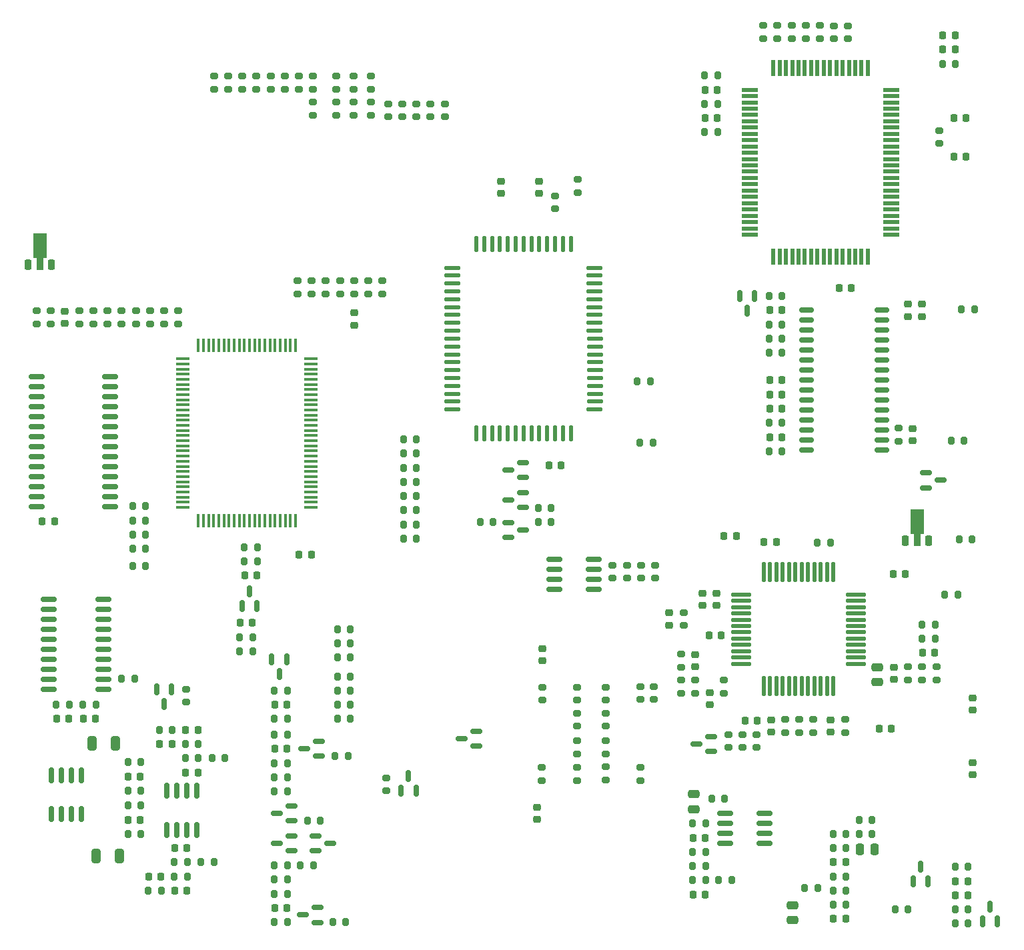
<source format=gbr>
%TF.GenerationSoftware,KiCad,Pcbnew,8.0.9-8.0.9-0~ubuntu24.04.1*%
%TF.CreationDate,2025-02-24T01:21:30+01:00*%
%TF.ProjectId,Main_PCB,4d61696e-5f50-4434-922e-6b696361645f,0.1*%
%TF.SameCoordinates,Original*%
%TF.FileFunction,Paste,Top*%
%TF.FilePolarity,Positive*%
%FSLAX46Y46*%
G04 Gerber Fmt 4.6, Leading zero omitted, Abs format (unit mm)*
G04 Created by KiCad (PCBNEW 8.0.9-8.0.9-0~ubuntu24.04.1) date 2025-02-24 01:21:30*
%MOMM*%
%LPD*%
G01*
G04 APERTURE LIST*
G04 Aperture macros list*
%AMRoundRect*
0 Rectangle with rounded corners*
0 $1 Rounding radius*
0 $2 $3 $4 $5 $6 $7 $8 $9 X,Y pos of 4 corners*
0 Add a 4 corners polygon primitive as box body*
4,1,4,$2,$3,$4,$5,$6,$7,$8,$9,$2,$3,0*
0 Add four circle primitives for the rounded corners*
1,1,$1+$1,$2,$3*
1,1,$1+$1,$4,$5*
1,1,$1+$1,$6,$7*
1,1,$1+$1,$8,$9*
0 Add four rect primitives between the rounded corners*
20,1,$1+$1,$2,$3,$4,$5,0*
20,1,$1+$1,$4,$5,$6,$7,0*
20,1,$1+$1,$6,$7,$8,$9,0*
20,1,$1+$1,$8,$9,$2,$3,0*%
%AMFreePoly0*
4,1,9,3.862500,-0.866500,0.737500,-0.866500,0.737500,-0.450000,-0.737500,-0.450000,-0.737500,0.450000,0.737500,0.450000,0.737500,0.866500,3.862500,0.866500,3.862500,-0.866500,3.862500,-0.866500,$1*%
G04 Aperture macros list end*
%ADD10RoundRect,0.225000X-0.250000X0.225000X-0.250000X-0.225000X0.250000X-0.225000X0.250000X0.225000X0*%
%ADD11RoundRect,0.200000X0.275000X-0.200000X0.275000X0.200000X-0.275000X0.200000X-0.275000X-0.200000X0*%
%ADD12RoundRect,0.225000X0.250000X-0.225000X0.250000X0.225000X-0.250000X0.225000X-0.250000X-0.225000X0*%
%ADD13RoundRect,0.200000X-0.200000X-0.275000X0.200000X-0.275000X0.200000X0.275000X-0.200000X0.275000X0*%
%ADD14RoundRect,0.200000X0.200000X0.275000X-0.200000X0.275000X-0.200000X-0.275000X0.200000X-0.275000X0*%
%ADD15RoundRect,0.225000X0.225000X0.250000X-0.225000X0.250000X-0.225000X-0.250000X0.225000X-0.250000X0*%
%ADD16RoundRect,0.150000X0.587500X0.150000X-0.587500X0.150000X-0.587500X-0.150000X0.587500X-0.150000X0*%
%ADD17RoundRect,0.200000X-0.275000X0.200000X-0.275000X-0.200000X0.275000X-0.200000X0.275000X0.200000X0*%
%ADD18RoundRect,0.150000X-0.587500X-0.150000X0.587500X-0.150000X0.587500X0.150000X-0.587500X0.150000X0*%
%ADD19RoundRect,0.150000X-0.825000X-0.150000X0.825000X-0.150000X0.825000X0.150000X-0.825000X0.150000X0*%
%ADD20RoundRect,0.250000X-0.250000X-0.475000X0.250000X-0.475000X0.250000X0.475000X-0.250000X0.475000X0*%
%ADD21RoundRect,0.225000X-0.225000X-0.250000X0.225000X-0.250000X0.225000X0.250000X-0.225000X0.250000X0*%
%ADD22RoundRect,0.137500X0.862500X0.137500X-0.862500X0.137500X-0.862500X-0.137500X0.862500X-0.137500X0*%
%ADD23RoundRect,0.137500X0.137500X0.862500X-0.137500X0.862500X-0.137500X-0.862500X0.137500X-0.862500X0*%
%ADD24RoundRect,0.137500X0.862500X-0.137500X0.862500X0.137500X-0.862500X0.137500X-0.862500X-0.137500X0*%
%ADD25RoundRect,0.250000X0.475000X-0.250000X0.475000X0.250000X-0.475000X0.250000X-0.475000X-0.250000X0*%
%ADD26RoundRect,0.100000X0.775000X0.100000X-0.775000X0.100000X-0.775000X-0.100000X0.775000X-0.100000X0*%
%ADD27RoundRect,0.100000X0.100000X0.775000X-0.100000X0.775000X-0.100000X-0.775000X0.100000X-0.775000X0*%
%ADD28RoundRect,0.150000X-0.150000X0.825000X-0.150000X-0.825000X0.150000X-0.825000X0.150000X0.825000X0*%
%ADD29RoundRect,0.250000X0.325000X0.650000X-0.325000X0.650000X-0.325000X-0.650000X0.325000X-0.650000X0*%
%ADD30RoundRect,0.150000X-0.150000X0.587500X-0.150000X-0.587500X0.150000X-0.587500X0.150000X0.587500X0*%
%ADD31RoundRect,0.150000X0.837500X0.150000X-0.837500X0.150000X-0.837500X-0.150000X0.837500X-0.150000X0*%
%ADD32RoundRect,0.150000X0.875000X0.150000X-0.875000X0.150000X-0.875000X-0.150000X0.875000X-0.150000X0*%
%ADD33RoundRect,0.150000X0.150000X-0.587500X0.150000X0.587500X-0.150000X0.587500X-0.150000X-0.587500X0*%
%ADD34RoundRect,0.150000X0.750000X0.150000X-0.750000X0.150000X-0.750000X-0.150000X0.750000X-0.150000X0*%
%ADD35RoundRect,0.225000X0.225000X-0.425000X0.225000X0.425000X-0.225000X0.425000X-0.225000X-0.425000X0*%
%ADD36FreePoly0,90.000000*%
%ADD37RoundRect,0.137500X-1.112500X-0.137500X1.112500X-0.137500X1.112500X0.137500X-1.112500X0.137500X0*%
%ADD38RoundRect,0.137500X0.137500X-1.112500X0.137500X1.112500X-0.137500X1.112500X-0.137500X-1.112500X0*%
%ADD39R,2.000000X0.500000*%
%ADD40R,0.500000X2.000000*%
%ADD41RoundRect,0.250000X-0.475000X0.250000X-0.475000X-0.250000X0.475000X-0.250000X0.475000X0.250000X0*%
G04 APERTURE END LIST*
D10*
%TO.C,C148*%
X92500000Y-127225000D03*
X92500000Y-128775000D03*
%TD*%
%TO.C,C146*%
X116000000Y-110525000D03*
X116000000Y-112075000D03*
%TD*%
D11*
%TO.C,R146*%
X128900000Y-160925000D03*
X128900000Y-159275000D03*
%TD*%
D12*
%TO.C,C120*%
X135800000Y-172175000D03*
X135800000Y-170625000D03*
%TD*%
D13*
%TO.C,R222*%
X85675000Y-197400000D03*
X87325000Y-197400000D03*
%TD*%
D14*
%TO.C,R236*%
X158225000Y-193400000D03*
X156575000Y-193400000D03*
%TD*%
D15*
%TO.C,C204*%
X59675000Y-178800000D03*
X58125000Y-178800000D03*
%TD*%
D16*
%TO.C,Q206*%
X84537500Y-191750000D03*
X84537500Y-189850000D03*
X82662500Y-190800000D03*
%TD*%
D17*
%TO.C,R151*%
X124400000Y-184875000D03*
X124400000Y-186525000D03*
%TD*%
D12*
%TO.C,C145*%
X111100000Y-112075000D03*
X111100000Y-110525000D03*
%TD*%
D17*
%TO.C,R308*%
X52200000Y-126975000D03*
X52200000Y-128625000D03*
%TD*%
D18*
%TO.C,D203*%
X87562500Y-193650000D03*
X87562500Y-195550000D03*
X89437500Y-194600000D03*
%TD*%
D14*
%TO.C,R127*%
X166225000Y-166800000D03*
X164575000Y-166800000D03*
%TD*%
D13*
%TO.C,R501*%
X90375000Y-177000000D03*
X92025000Y-177000000D03*
%TD*%
D14*
%TO.C,R220*%
X91425000Y-204600000D03*
X89775000Y-204600000D03*
%TD*%
D19*
%TO.C,IC103*%
X117925000Y-158495000D03*
X117925000Y-159765000D03*
X117925000Y-161035000D03*
X117925000Y-162305000D03*
X122875000Y-162305000D03*
X122875000Y-161035000D03*
X122875000Y-159765000D03*
X122875000Y-158495000D03*
%TD*%
D12*
%TO.C,C103*%
X163400000Y-143475000D03*
X163400000Y-141925000D03*
%TD*%
D15*
%TO.C,C108*%
X146775000Y-139400000D03*
X145225000Y-139400000D03*
%TD*%
D13*
%TO.C,R164*%
X115875000Y-153800000D03*
X117525000Y-153800000D03*
%TD*%
D20*
%TO.C,C223*%
X156650000Y-195400000D03*
X158550000Y-195400000D03*
%TD*%
D13*
%TO.C,R130*%
X136975000Y-97100000D03*
X138625000Y-97100000D03*
%TD*%
D11*
%TO.C,R176*%
X92400000Y-102125000D03*
X92400000Y-100475000D03*
%TD*%
D13*
%TO.C,R508*%
X98775000Y-148700000D03*
X100425000Y-148700000D03*
%TD*%
D21*
%TO.C,C139*%
X145225000Y-126900000D03*
X146775000Y-126900000D03*
%TD*%
D11*
%TO.C,R134*%
X128800000Y-186625000D03*
X128800000Y-184975000D03*
%TD*%
D16*
%TO.C,D104*%
X108037500Y-182250000D03*
X108037500Y-180350000D03*
X106162500Y-181300000D03*
%TD*%
D15*
%TO.C,C130*%
X162475000Y-160400000D03*
X160925000Y-160400000D03*
%TD*%
D22*
%TO.C,IC108*%
X123000000Y-139500000D03*
X123037500Y-138500000D03*
X123037500Y-137500000D03*
X123037500Y-136500000D03*
X123037500Y-135500000D03*
X123037500Y-134500000D03*
X123037500Y-133500000D03*
X123037500Y-132500000D03*
X123037500Y-131500000D03*
X123037500Y-130500000D03*
X123000000Y-129500000D03*
X123000000Y-128500000D03*
X123000000Y-127500000D03*
X123000000Y-126500000D03*
X123000000Y-125500000D03*
X123000000Y-124500000D03*
X123000000Y-123500000D03*
X123000000Y-122500000D03*
X123000000Y-121500000D03*
D23*
X120000000Y-118500000D03*
X119000000Y-118500000D03*
X118000000Y-118500000D03*
X117000000Y-118500000D03*
X116000000Y-118500000D03*
X115000000Y-118500000D03*
X114000000Y-118500000D03*
X113000000Y-118500000D03*
X112000000Y-118500000D03*
X111000000Y-118500000D03*
X110000000Y-118500000D03*
X109000000Y-118500000D03*
X108000000Y-118500000D03*
D22*
X105000000Y-121500000D03*
X105000000Y-122500000D03*
X105000000Y-123500000D03*
X105000000Y-124500000D03*
X105000000Y-125500000D03*
X105000000Y-126500000D03*
X105000000Y-127500000D03*
X105000000Y-128500000D03*
X105000000Y-129500000D03*
X105000000Y-130500000D03*
X105000000Y-131500000D03*
X105000000Y-132500000D03*
X105000000Y-133500000D03*
X105000000Y-134500000D03*
X105000000Y-135500000D03*
X105000000Y-136500000D03*
D24*
X105000000Y-137500000D03*
X105000000Y-138500000D03*
X105000000Y-139500000D03*
D23*
X108000000Y-142500000D03*
X109000000Y-142500000D03*
X110000000Y-142500000D03*
X111000000Y-142500000D03*
X112000000Y-142500000D03*
X113000000Y-142500000D03*
X114000000Y-142500000D03*
X115000000Y-142500000D03*
X116000000Y-142500000D03*
X117000000Y-142500000D03*
X118000000Y-142500000D03*
X119000000Y-142500000D03*
X120000000Y-142500000D03*
%TD*%
D17*
%TO.C,R175*%
X120900000Y-110275000D03*
X120900000Y-111925000D03*
%TD*%
D10*
%TO.C,C138*%
X116400000Y-169875000D03*
X116400000Y-171425000D03*
%TD*%
D17*
%TO.C,R519*%
X96800000Y-100675000D03*
X96800000Y-102325000D03*
%TD*%
%TO.C,R521*%
X83700000Y-97175000D03*
X83700000Y-98825000D03*
%TD*%
%TO.C,R140*%
X125300000Y-159275000D03*
X125300000Y-160925000D03*
%TD*%
D13*
%TO.C,R157*%
X90375000Y-167400000D03*
X92025000Y-167400000D03*
%TD*%
D15*
%TO.C,C214*%
X71275000Y-195200000D03*
X69725000Y-195200000D03*
%TD*%
D25*
%TO.C,C219*%
X148100000Y-204350000D03*
X148100000Y-202450000D03*
%TD*%
D13*
%TO.C,R126*%
X164575000Y-168600000D03*
X166225000Y-168600000D03*
%TD*%
D14*
%TO.C,R169*%
X84025000Y-175200000D03*
X82375000Y-175200000D03*
%TD*%
D10*
%TO.C,C124*%
X145400000Y-178925000D03*
X145400000Y-180475000D03*
%TD*%
D11*
%TO.C,R181*%
X90700000Y-124825000D03*
X90700000Y-123175000D03*
%TD*%
D17*
%TO.C,R194*%
X96100000Y-123175000D03*
X96100000Y-124825000D03*
%TD*%
D15*
%TO.C,C217*%
X83975000Y-202800000D03*
X82425000Y-202800000D03*
%TD*%
D10*
%TO.C,C111*%
X171000000Y-184325000D03*
X171000000Y-185875000D03*
%TD*%
D15*
%TO.C,C132*%
X138575000Y-102500000D03*
X137025000Y-102500000D03*
%TD*%
D26*
%TO.C,IC109*%
X87025000Y-151925000D03*
X87025000Y-151275000D03*
X87025000Y-150625000D03*
X87025000Y-149975000D03*
X87025000Y-149325000D03*
X87025000Y-148675000D03*
X87025000Y-148025000D03*
X87025000Y-147375000D03*
X87025000Y-146725000D03*
X87025000Y-146075000D03*
X87025000Y-145425000D03*
X87025000Y-144775000D03*
X87025000Y-144125000D03*
X87025000Y-143475000D03*
X87025000Y-142825000D03*
X87025000Y-142175000D03*
X87025000Y-141525000D03*
X87025000Y-140875000D03*
X87025000Y-140225000D03*
X87025000Y-139575000D03*
X87025000Y-138925000D03*
X87025000Y-138275000D03*
X87025000Y-137625000D03*
X87025000Y-136975000D03*
X87025000Y-136325000D03*
X87025000Y-135675000D03*
X87025000Y-135025000D03*
X87025000Y-134375000D03*
X87025000Y-133725000D03*
X87025000Y-133075000D03*
D27*
X85075000Y-131375000D03*
X84425000Y-131375000D03*
X83775000Y-131375000D03*
X83125000Y-131375000D03*
X82475000Y-131375000D03*
X81825000Y-131375000D03*
X81175000Y-131375000D03*
X80525000Y-131375000D03*
X79875000Y-131375000D03*
X79225000Y-131375000D03*
X78575000Y-131375000D03*
X77925000Y-131375000D03*
X77275000Y-131375000D03*
X76625000Y-131375000D03*
X75975000Y-131375000D03*
X75325000Y-131375000D03*
X74675000Y-131375000D03*
X74025000Y-131375000D03*
X73375000Y-131375000D03*
X72725000Y-131375000D03*
D26*
X70775000Y-133075000D03*
X70775000Y-133725000D03*
X70775000Y-134375000D03*
X70775000Y-135025000D03*
X70775000Y-135675000D03*
X70775000Y-136325000D03*
X70775000Y-136975000D03*
X70775000Y-137625000D03*
X70775000Y-138275000D03*
X70775000Y-138925000D03*
X70775000Y-139575000D03*
X70775000Y-140225000D03*
X70775000Y-140875000D03*
X70775000Y-141525000D03*
X70775000Y-142175000D03*
X70775000Y-142825000D03*
X70775000Y-143475000D03*
X70775000Y-144125000D03*
X70775000Y-144775000D03*
X70775000Y-145425000D03*
X70775000Y-146075000D03*
X70775000Y-146725000D03*
X70775000Y-147375000D03*
X70775000Y-148025000D03*
X70775000Y-148675000D03*
X70775000Y-149325000D03*
X70775000Y-149975000D03*
X70775000Y-150625000D03*
X70775000Y-151275000D03*
X70775000Y-151925000D03*
D27*
X72725000Y-153625000D03*
X73375000Y-153625000D03*
X74025000Y-153625000D03*
X74675000Y-153625000D03*
X75325000Y-153625000D03*
X75975000Y-153625000D03*
X76625000Y-153625000D03*
X77275000Y-153625000D03*
X77925000Y-153625000D03*
X78575000Y-153625000D03*
X79225000Y-153625000D03*
X79875000Y-153625000D03*
X80525000Y-153625000D03*
X81175000Y-153625000D03*
X81825000Y-153625000D03*
X82475000Y-153625000D03*
X83125000Y-153625000D03*
X83775000Y-153625000D03*
X84425000Y-153625000D03*
X85075000Y-153625000D03*
%TD*%
D12*
%TO.C,C115*%
X138500000Y-164375000D03*
X138500000Y-162825000D03*
%TD*%
D11*
%TO.C,R111*%
X130500000Y-176325000D03*
X130500000Y-174675000D03*
%TD*%
D15*
%TO.C,C228*%
X137075000Y-193900000D03*
X135525000Y-193900000D03*
%TD*%
D28*
%TO.C,IC202*%
X57905000Y-185925000D03*
X56635000Y-185925000D03*
X55365000Y-185925000D03*
X54095000Y-185925000D03*
X54095000Y-190875000D03*
X55365000Y-190875000D03*
X56635000Y-190875000D03*
X57905000Y-190875000D03*
%TD*%
D11*
%TO.C,R123*%
X164600000Y-173825000D03*
X164600000Y-172175000D03*
%TD*%
D10*
%TO.C,C121*%
X137600000Y-175425000D03*
X137600000Y-176975000D03*
%TD*%
D21*
%TO.C,C212*%
X63825000Y-186110000D03*
X65375000Y-186110000D03*
%TD*%
D17*
%TO.C,R522*%
X78300000Y-97175000D03*
X78300000Y-98825000D03*
%TD*%
D14*
%TO.C,R219*%
X84025000Y-188000000D03*
X82375000Y-188000000D03*
%TD*%
D16*
%TO.C,Q103*%
X137837500Y-182950000D03*
X137837500Y-181050000D03*
X135962500Y-182000000D03*
%TD*%
D15*
%TO.C,C218*%
X83975000Y-182600000D03*
X82425000Y-182600000D03*
%TD*%
D17*
%TO.C,R115*%
X135800000Y-173875000D03*
X135800000Y-175525000D03*
%TD*%
D29*
%TO.C,C206*%
X62675000Y-196200000D03*
X59725000Y-196200000D03*
%TD*%
D13*
%TO.C,R233*%
X135475000Y-192100000D03*
X137125000Y-192100000D03*
%TD*%
D17*
%TO.C,R515*%
X104000000Y-100675000D03*
X104000000Y-102325000D03*
%TD*%
%TO.C,R149*%
X116300000Y-184975000D03*
X116300000Y-186625000D03*
%TD*%
D21*
%TO.C,C107*%
X145225000Y-137600000D03*
X146775000Y-137600000D03*
%TD*%
D17*
%TO.C,R138*%
X140000000Y-180775000D03*
X140000000Y-182425000D03*
%TD*%
D11*
%TO.C,R103*%
X161600000Y-143525000D03*
X161600000Y-141875000D03*
%TD*%
D17*
%TO.C,R185*%
X59400000Y-126975000D03*
X59400000Y-128625000D03*
%TD*%
D30*
%TO.C,Q307*%
X69350000Y-175062500D03*
X67450000Y-175062500D03*
X68400000Y-176937500D03*
%TD*%
D13*
%TO.C,R231*%
X135475000Y-197500000D03*
X137125000Y-197500000D03*
%TD*%
D21*
%TO.C,C119*%
X139450000Y-155600000D03*
X141000000Y-155600000D03*
%TD*%
D30*
%TO.C,Q105*%
X83950000Y-171262500D03*
X82050000Y-171262500D03*
X83000000Y-173137500D03*
%TD*%
D14*
%TO.C,R137*%
X130100000Y-135900000D03*
X128450000Y-135900000D03*
%TD*%
D11*
%TO.C,R197*%
X98600000Y-102325000D03*
X98600000Y-100675000D03*
%TD*%
D14*
%TO.C,R210*%
X65425000Y-189800000D03*
X63775000Y-189800000D03*
%TD*%
%TO.C,R199*%
X130425000Y-143700000D03*
X128775000Y-143700000D03*
%TD*%
D31*
%TO.C,IC201*%
X60662500Y-175015000D03*
X60662500Y-173745000D03*
X60662500Y-172475000D03*
X60662500Y-171205000D03*
X60662500Y-169935000D03*
X60662500Y-168665000D03*
X60662500Y-167395000D03*
X60662500Y-166125000D03*
X60662500Y-164855000D03*
X60662500Y-163585000D03*
X53737500Y-163585000D03*
X53737500Y-164855000D03*
X53737500Y-166125000D03*
X53737500Y-167395000D03*
X53737500Y-168665000D03*
X53737500Y-169935000D03*
X53737500Y-171205000D03*
X53737500Y-172475000D03*
X53737500Y-173745000D03*
X53737500Y-175015000D03*
%TD*%
D11*
%TO.C,R113*%
X134000000Y-175525000D03*
X134000000Y-173875000D03*
%TD*%
D17*
%TO.C,R142*%
X120800000Y-181575000D03*
X120800000Y-183225000D03*
%TD*%
D10*
%TO.C,C160*%
X171000000Y-176125000D03*
X171000000Y-177675000D03*
%TD*%
D21*
%TO.C,C230*%
X168825000Y-199400000D03*
X170375000Y-199400000D03*
%TD*%
D15*
%TO.C,C123*%
X143675000Y-179000000D03*
X142125000Y-179000000D03*
%TD*%
D11*
%TO.C,R163*%
X166800000Y-105725000D03*
X166800000Y-104075000D03*
%TD*%
%TO.C,R116*%
X141800000Y-182425000D03*
X141800000Y-180775000D03*
%TD*%
D13*
%TO.C,R512*%
X98775000Y-155900000D03*
X100425000Y-155900000D03*
%TD*%
D14*
%TO.C,R204*%
X72725000Y-182000000D03*
X71075000Y-182000000D03*
%TD*%
D15*
%TO.C,C109*%
X146775000Y-143000000D03*
X145225000Y-143000000D03*
%TD*%
%TO.C,C133*%
X160675000Y-180000000D03*
X159125000Y-180000000D03*
%TD*%
D11*
%TO.C,R143*%
X120800000Y-179725000D03*
X120800000Y-178075000D03*
%TD*%
D32*
%TO.C,IC107*%
X61550000Y-151855000D03*
X61550000Y-150585000D03*
X61550000Y-149315000D03*
X61550000Y-148045000D03*
X61550000Y-146775000D03*
X61550000Y-145505000D03*
X61550000Y-144235000D03*
X61550000Y-142965000D03*
X61550000Y-141695000D03*
X61550000Y-140425000D03*
X61550000Y-139155000D03*
X61550000Y-137885000D03*
X61550000Y-136615000D03*
X61550000Y-135345000D03*
X52250000Y-135345000D03*
X52250000Y-136615000D03*
X52250000Y-137885000D03*
X52250000Y-139155000D03*
X52250000Y-140425000D03*
X52250000Y-141695000D03*
X52250000Y-142965000D03*
X52250000Y-144235000D03*
X52250000Y-145505000D03*
X52250000Y-146775000D03*
X52250000Y-148045000D03*
X52250000Y-149315000D03*
X52250000Y-150585000D03*
X52250000Y-151855000D03*
%TD*%
D13*
%TO.C,R201*%
X58075000Y-177000000D03*
X59725000Y-177000000D03*
%TD*%
D14*
%TO.C,R227*%
X154925000Y-202400000D03*
X153275000Y-202400000D03*
%TD*%
D33*
%TO.C,Q104*%
X78250000Y-164437500D03*
X80150000Y-164437500D03*
X79200000Y-162562500D03*
%TD*%
D21*
%TO.C,C203*%
X54725000Y-178800000D03*
X56275000Y-178800000D03*
%TD*%
D12*
%TO.C,C155*%
X55800000Y-128575000D03*
X55800000Y-127025000D03*
%TD*%
D13*
%TO.C,R226*%
X149675000Y-200300000D03*
X151325000Y-200300000D03*
%TD*%
D17*
%TO.C,R112*%
X134000000Y-170575000D03*
X134000000Y-172225000D03*
%TD*%
D34*
%TO.C,IC101*%
X159500000Y-144690000D03*
X159500000Y-143420000D03*
X159500000Y-142150000D03*
X159500000Y-140880000D03*
X159500000Y-139610000D03*
X159500000Y-138340000D03*
X159500000Y-137070000D03*
X159500000Y-135800000D03*
X159500000Y-134530000D03*
X159500000Y-133260000D03*
X159500000Y-131990000D03*
X159500000Y-130720000D03*
X159500000Y-129450000D03*
X159500000Y-128180000D03*
X159500000Y-126910000D03*
X149900000Y-126910000D03*
X149900000Y-128180000D03*
X149900000Y-129450000D03*
X149900000Y-130720000D03*
X149900000Y-131990000D03*
X149900000Y-133260000D03*
X149900000Y-134530000D03*
X149900000Y-135800000D03*
X149900000Y-137070000D03*
X149900000Y-138340000D03*
X149900000Y-139610000D03*
X149900000Y-140880000D03*
X149900000Y-142150000D03*
X149900000Y-143420000D03*
X149900000Y-144690000D03*
%TD*%
D13*
%TO.C,R158*%
X90375000Y-169200000D03*
X92025000Y-169200000D03*
%TD*%
D21*
%TO.C,C210*%
X69725000Y-200600000D03*
X71275000Y-200600000D03*
%TD*%
D12*
%TO.C,C116*%
X136700000Y-164375000D03*
X136700000Y-162825000D03*
%TD*%
D33*
%TO.C,Q209*%
X172250000Y-204537500D03*
X174150000Y-204537500D03*
X173200000Y-202662500D03*
%TD*%
D35*
%TO.C,Q101*%
X162437500Y-156150000D03*
D36*
X163937500Y-156062500D03*
D35*
X165437500Y-156150000D03*
%TD*%
D14*
%TO.C,R200*%
X56325000Y-177000000D03*
X54675000Y-177000000D03*
%TD*%
%TO.C,R168*%
X117525000Y-152000000D03*
X115875000Y-152000000D03*
%TD*%
%TO.C,R218*%
X84025000Y-197400000D03*
X82375000Y-197400000D03*
%TD*%
D19*
%TO.C,IC204*%
X139625000Y-190795000D03*
X139625000Y-192065000D03*
X139625000Y-193335000D03*
X139625000Y-194605000D03*
X144575000Y-194605000D03*
X144575000Y-193335000D03*
X144575000Y-192065000D03*
X144575000Y-190795000D03*
%TD*%
D16*
%TO.C,Q204*%
X113937500Y-151950000D03*
X113937500Y-150050000D03*
X112062500Y-151000000D03*
%TD*%
D11*
%TO.C,R192*%
X94300000Y-124825000D03*
X94300000Y-123175000D03*
%TD*%
D13*
%TO.C,R242*%
X153275000Y-198800000D03*
X154925000Y-198800000D03*
%TD*%
D11*
%TO.C,R125*%
X162800000Y-173825000D03*
X162800000Y-172175000D03*
%TD*%
D14*
%TO.C,R213*%
X84025000Y-186200000D03*
X82375000Y-186200000D03*
%TD*%
D21*
%TO.C,C141*%
X168625000Y-107400000D03*
X170175000Y-107400000D03*
%TD*%
D13*
%TO.C,R172*%
X64375000Y-153600000D03*
X66025000Y-153600000D03*
%TD*%
D14*
%TO.C,R129*%
X138625000Y-100700000D03*
X136975000Y-100700000D03*
%TD*%
D15*
%TO.C,C118*%
X139075000Y-168200000D03*
X137525000Y-168200000D03*
%TD*%
D14*
%TO.C,R221*%
X91725000Y-183500000D03*
X90075000Y-183500000D03*
%TD*%
D13*
%TO.C,R505*%
X98775000Y-143300000D03*
X100425000Y-143300000D03*
%TD*%
D17*
%TO.C,R193*%
X92500000Y-123175000D03*
X92500000Y-124825000D03*
%TD*%
D13*
%TO.C,R506*%
X98775000Y-145100000D03*
X100425000Y-145100000D03*
%TD*%
D14*
%TO.C,R128*%
X138625000Y-104300000D03*
X136975000Y-104300000D03*
%TD*%
D15*
%TO.C,C131*%
X138575000Y-98900000D03*
X137025000Y-98900000D03*
%TD*%
D11*
%TO.C,R190*%
X68400000Y-128625000D03*
X68400000Y-126975000D03*
%TD*%
D18*
%TO.C,Q207*%
X112062500Y-153850000D03*
X112062500Y-155750000D03*
X113937500Y-154800000D03*
%TD*%
D21*
%TO.C,C208*%
X66425000Y-198800000D03*
X67975000Y-198800000D03*
%TD*%
D14*
%TO.C,R230*%
X154925000Y-200600000D03*
X153275000Y-200600000D03*
%TD*%
%TO.C,R202*%
X69425000Y-180200000D03*
X67775000Y-180200000D03*
%TD*%
D12*
%TO.C,C105*%
X162800000Y-127675000D03*
X162800000Y-126125000D03*
%TD*%
D15*
%TO.C,C151*%
X79575000Y-166600000D03*
X78025000Y-166600000D03*
%TD*%
D17*
%TO.C,R191*%
X70200000Y-126975000D03*
X70200000Y-128625000D03*
%TD*%
D14*
%TO.C,R232*%
X154925000Y-195200000D03*
X153275000Y-195200000D03*
%TD*%
%TO.C,R211*%
X65425000Y-187910000D03*
X63775000Y-187910000D03*
%TD*%
D13*
%TO.C,R159*%
X90375000Y-171000000D03*
X92025000Y-171000000D03*
%TD*%
D14*
%TO.C,R234*%
X154925000Y-193400000D03*
X153275000Y-193400000D03*
%TD*%
D16*
%TO.C,Q202*%
X88037500Y-183550000D03*
X88037500Y-181650000D03*
X86162500Y-182600000D03*
%TD*%
D17*
%TO.C,R189*%
X66600000Y-126975000D03*
X66600000Y-128625000D03*
%TD*%
D14*
%TO.C,R245*%
X170425000Y-204800000D03*
X168775000Y-204800000D03*
%TD*%
D13*
%TO.C,R173*%
X64375000Y-155400000D03*
X66025000Y-155400000D03*
%TD*%
%TO.C,R209*%
X69675000Y-197000000D03*
X71325000Y-197000000D03*
%TD*%
D33*
%TO.C,Q208*%
X163450000Y-199437500D03*
X165350000Y-199437500D03*
X164400000Y-197562500D03*
%TD*%
D15*
%TO.C,C112*%
X146075000Y-156300000D03*
X144525000Y-156300000D03*
%TD*%
D14*
%TO.C,R206*%
X76125000Y-183800000D03*
X74475000Y-183800000D03*
%TD*%
D13*
%TO.C,R166*%
X77975000Y-170200000D03*
X79625000Y-170200000D03*
%TD*%
D17*
%TO.C,R528*%
X144424000Y-90757000D03*
X144424000Y-92407000D03*
%TD*%
D13*
%TO.C,R170*%
X64375000Y-159400000D03*
X66025000Y-159400000D03*
%TD*%
D11*
%TO.C,R150*%
X124400000Y-176425000D03*
X124400000Y-174775000D03*
%TD*%
D17*
%TO.C,R305*%
X71200000Y-175032500D03*
X71200000Y-176682500D03*
%TD*%
D14*
%TO.C,R207*%
X74725000Y-197000000D03*
X73075000Y-197000000D03*
%TD*%
%TO.C,R152*%
X146825000Y-125100000D03*
X145175000Y-125100000D03*
%TD*%
D15*
%TO.C,C144*%
X118775000Y-146600000D03*
X117225000Y-146600000D03*
%TD*%
D28*
%TO.C,IC203*%
X72505000Y-187925000D03*
X71235000Y-187925000D03*
X69965000Y-187925000D03*
X68695000Y-187925000D03*
X68695000Y-192875000D03*
X69965000Y-192875000D03*
X71235000Y-192875000D03*
X72505000Y-192875000D03*
%TD*%
D12*
%TO.C,C125*%
X153000000Y-180475000D03*
X153000000Y-178925000D03*
%TD*%
D15*
%TO.C,C229*%
X170375000Y-201200000D03*
X168825000Y-201200000D03*
%TD*%
D14*
%TO.C,R198*%
X146825000Y-132300000D03*
X145175000Y-132300000D03*
%TD*%
D13*
%TO.C,R108*%
X145175000Y-144800000D03*
X146825000Y-144800000D03*
%TD*%
D11*
%TO.C,R145*%
X124400000Y-179725000D03*
X124400000Y-178075000D03*
%TD*%
D14*
%TO.C,R243*%
X137125000Y-195700000D03*
X135475000Y-195700000D03*
%TD*%
D16*
%TO.C,Q203*%
X113937500Y-148150000D03*
X113937500Y-146250000D03*
X112062500Y-147200000D03*
%TD*%
D12*
%TO.C,C137*%
X115700000Y-191575000D03*
X115700000Y-190025000D03*
%TD*%
D11*
%TO.C,R302*%
X96600000Y-187925000D03*
X96600000Y-186275000D03*
%TD*%
D17*
%TO.C,R532*%
X155200000Y-90775000D03*
X155200000Y-92425000D03*
%TD*%
D21*
%TO.C,C143*%
X167225000Y-93800000D03*
X168775000Y-93800000D03*
%TD*%
D13*
%TO.C,R229*%
X135475000Y-199300000D03*
X137125000Y-199300000D03*
%TD*%
D17*
%TO.C,R527*%
X87300000Y-97175000D03*
X87300000Y-98825000D03*
%TD*%
D29*
%TO.C,C205*%
X62175000Y-181900000D03*
X59225000Y-181900000D03*
%TD*%
D17*
%TO.C,R500*%
X153422000Y-90775000D03*
X153422000Y-92425000D03*
%TD*%
D15*
%TO.C,C140*%
X170175000Y-102500000D03*
X168625000Y-102500000D03*
%TD*%
D10*
%TO.C,C154*%
X132500000Y-165325000D03*
X132500000Y-166875000D03*
%TD*%
D37*
%TO.C,IC102*%
X141650000Y-163000000D03*
X141650000Y-163800000D03*
X141650000Y-164600000D03*
X141650000Y-165400000D03*
X141650000Y-166200000D03*
X141650000Y-167000000D03*
X141650000Y-167800000D03*
X141650000Y-168600000D03*
X141650000Y-169400000D03*
X141650000Y-170200000D03*
X141650000Y-171000000D03*
X141650000Y-171800000D03*
D38*
X144500000Y-174650000D03*
X145300000Y-174650000D03*
X146100000Y-174650000D03*
X146900000Y-174650000D03*
X147700000Y-174650000D03*
X148500000Y-174650000D03*
X149300000Y-174650000D03*
X150100000Y-174650000D03*
X150900000Y-174650000D03*
X151700000Y-174650000D03*
X152500000Y-174650000D03*
X153300000Y-174650000D03*
D37*
X156150000Y-171800000D03*
X156150000Y-171000000D03*
X156150000Y-170200000D03*
X156150000Y-169400000D03*
X156150000Y-168600000D03*
X156150000Y-167800000D03*
X156150000Y-167000000D03*
X156150000Y-166200000D03*
X156150000Y-165400000D03*
X156150000Y-164600000D03*
X156150000Y-163800000D03*
X156150000Y-163000000D03*
D38*
X153300000Y-160150000D03*
X152500000Y-160150000D03*
X151700000Y-160150000D03*
X150900000Y-160150000D03*
X150100000Y-160150000D03*
X149300000Y-160150000D03*
X148500000Y-160150000D03*
X147700000Y-160150000D03*
X146900000Y-160150000D03*
X146100000Y-160150000D03*
X145300000Y-160150000D03*
X144500000Y-160150000D03*
%TD*%
D17*
%TO.C,R133*%
X128800000Y-174675000D03*
X128800000Y-176325000D03*
%TD*%
%TO.C,R525*%
X80100000Y-97175000D03*
X80100000Y-98825000D03*
%TD*%
D13*
%TO.C,R507*%
X98775000Y-146900000D03*
X100425000Y-146900000D03*
%TD*%
D17*
%TO.C,R517*%
X94600000Y-97175000D03*
X94600000Y-98825000D03*
%TD*%
D11*
%TO.C,R184*%
X57600000Y-128625000D03*
X57600000Y-126975000D03*
%TD*%
D17*
%TO.C,R531*%
X149824000Y-90757000D03*
X149824000Y-92407000D03*
%TD*%
D11*
%TO.C,R136*%
X120800000Y-186625000D03*
X120800000Y-184975000D03*
%TD*%
D17*
%TO.C,R132*%
X120800000Y-174775000D03*
X120800000Y-176425000D03*
%TD*%
D35*
%TO.C,IC302*%
X51100000Y-121150000D03*
D36*
X52600000Y-121062500D03*
D35*
X54100000Y-121150000D03*
%TD*%
D17*
%TO.C,R520*%
X81900000Y-97175000D03*
X81900000Y-98825000D03*
%TD*%
D13*
%TO.C,R174*%
X64375000Y-157200000D03*
X66025000Y-157200000D03*
%TD*%
%TO.C,R153*%
X90375000Y-178800000D03*
X92025000Y-178800000D03*
%TD*%
D14*
%TO.C,R244*%
X162825000Y-203000000D03*
X161175000Y-203000000D03*
%TD*%
%TO.C,R228*%
X140425000Y-199300000D03*
X138775000Y-199300000D03*
%TD*%
D11*
%TO.C,R503*%
X148024000Y-92407000D03*
X148024000Y-90757000D03*
%TD*%
D16*
%TO.C,Q201*%
X87837500Y-204650000D03*
X87837500Y-202750000D03*
X85962500Y-203700000D03*
%TD*%
D21*
%TO.C,C209*%
X71125000Y-180200000D03*
X72675000Y-180200000D03*
%TD*%
D17*
%TO.C,R179*%
X102200000Y-100675000D03*
X102200000Y-102325000D03*
%TD*%
%TO.C,R124*%
X166400000Y-172175000D03*
X166400000Y-173825000D03*
%TD*%
D14*
%TO.C,R205*%
X71325000Y-198800000D03*
X69675000Y-198800000D03*
%TD*%
D11*
%TO.C,R180*%
X85300000Y-124825000D03*
X85300000Y-123175000D03*
%TD*%
D25*
%TO.C,C224*%
X135600000Y-190250000D03*
X135600000Y-188350000D03*
%TD*%
D17*
%TO.C,R121*%
X149000000Y-178875000D03*
X149000000Y-180525000D03*
%TD*%
D12*
%TO.C,C110*%
X164600000Y-127675000D03*
X164600000Y-126125000D03*
%TD*%
D13*
%TO.C,R214*%
X82375000Y-201000000D03*
X84025000Y-201000000D03*
%TD*%
D14*
%TO.C,R212*%
X84025000Y-199200000D03*
X82375000Y-199200000D03*
%TD*%
D11*
%TO.C,R162*%
X118000000Y-114025000D03*
X118000000Y-112375000D03*
%TD*%
D13*
%TO.C,R171*%
X64375000Y-151800000D03*
X66025000Y-151800000D03*
%TD*%
D11*
%TO.C,R160*%
X54000000Y-128625000D03*
X54000000Y-126975000D03*
%TD*%
D15*
%TO.C,C128*%
X166175000Y-170400000D03*
X164625000Y-170400000D03*
%TD*%
D14*
%TO.C,R109*%
X146825000Y-130500000D03*
X145175000Y-130500000D03*
%TD*%
D11*
%TO.C,R141*%
X127100000Y-160925000D03*
X127100000Y-159275000D03*
%TD*%
D14*
%TO.C,R161*%
X110125000Y-153800000D03*
X108475000Y-153800000D03*
%TD*%
D11*
%TO.C,R504*%
X151624000Y-92407000D03*
X151624000Y-90757000D03*
%TD*%
D15*
%TO.C,C104*%
X155575000Y-124100000D03*
X154025000Y-124100000D03*
%TD*%
%TO.C,C213*%
X72675000Y-185600000D03*
X71125000Y-185600000D03*
%TD*%
D21*
%TO.C,C142*%
X167225000Y-92000000D03*
X168775000Y-92000000D03*
%TD*%
D14*
%TO.C,R106*%
X169125000Y-163000000D03*
X167475000Y-163000000D03*
%TD*%
D11*
%TO.C,R148*%
X116400000Y-176425000D03*
X116400000Y-174775000D03*
%TD*%
D17*
%TO.C,R524*%
X74700000Y-97175000D03*
X74700000Y-98825000D03*
%TD*%
D21*
%TO.C,C221*%
X153325000Y-204200000D03*
X154875000Y-204200000D03*
%TD*%
D15*
%TO.C,C152*%
X87075000Y-157900000D03*
X85525000Y-157900000D03*
%TD*%
D39*
%TO.C,IC106*%
X142700000Y-98900000D03*
X142700000Y-99700000D03*
X142700000Y-100500000D03*
X142700000Y-101300000D03*
X142700000Y-102100000D03*
X142700000Y-102900000D03*
X142700000Y-103700000D03*
X142700000Y-104500000D03*
X142700000Y-105300000D03*
X142700000Y-106100000D03*
X142700000Y-106900000D03*
X142700000Y-107700000D03*
X142700000Y-108500000D03*
X142700000Y-109300000D03*
X142700000Y-110100000D03*
X142700000Y-110900000D03*
X142700000Y-111700000D03*
X142700000Y-112500000D03*
X142700000Y-113300000D03*
X142700000Y-114100000D03*
X142700000Y-114900000D03*
X142700000Y-115700000D03*
X142700000Y-116500000D03*
X142700000Y-117300000D03*
D40*
X145700000Y-120100000D03*
X146500000Y-120100000D03*
X147300000Y-120100000D03*
X148100000Y-120100000D03*
X148900000Y-120100000D03*
X149700000Y-120100000D03*
X150500000Y-120100000D03*
X151300000Y-120100000D03*
X152100000Y-120100000D03*
X152900000Y-120100000D03*
X153700000Y-120100000D03*
X154500000Y-120100000D03*
X155300000Y-120100000D03*
X156100000Y-120100000D03*
X156900000Y-120100000D03*
X157700000Y-120100000D03*
D39*
X160700000Y-117300000D03*
X160700000Y-116500000D03*
X160700000Y-115700000D03*
X160700000Y-114900000D03*
X160700000Y-114100000D03*
X160700000Y-113300000D03*
X160700000Y-112500000D03*
X160700000Y-111700000D03*
X160700000Y-110900000D03*
X160700000Y-110100000D03*
X160700000Y-109300000D03*
X160700000Y-108500000D03*
X160700000Y-107700000D03*
X160700000Y-106900000D03*
X160700000Y-106100000D03*
X160700000Y-105300000D03*
X160700000Y-104500000D03*
X160700000Y-103700000D03*
X160700000Y-102900000D03*
X160700000Y-102100000D03*
X160700000Y-101300000D03*
X160700000Y-100500000D03*
X160700000Y-99700000D03*
X160700000Y-98900000D03*
D40*
X157700000Y-96100000D03*
X156900000Y-96100000D03*
X156100000Y-96100000D03*
X155300000Y-96100000D03*
X154500000Y-96100000D03*
X153700000Y-96100000D03*
X152900000Y-96100000D03*
X152100000Y-96100000D03*
X151300000Y-96100000D03*
X150500000Y-96100000D03*
X149700000Y-96100000D03*
X148900000Y-96100000D03*
X148100000Y-96100000D03*
X147300000Y-96100000D03*
X146500000Y-96100000D03*
X145700000Y-96100000D03*
%TD*%
D11*
%TO.C,R186*%
X61200000Y-128625000D03*
X61200000Y-126975000D03*
%TD*%
D13*
%TO.C,R104*%
X169575000Y-126800000D03*
X171225000Y-126800000D03*
%TD*%
D11*
%TO.C,R177*%
X94600000Y-102125000D03*
X94600000Y-100475000D03*
%TD*%
D13*
%TO.C,R208*%
X71075000Y-183800000D03*
X72725000Y-183800000D03*
%TD*%
D11*
%TO.C,R118*%
X147200000Y-180525000D03*
X147200000Y-178875000D03*
%TD*%
D14*
%TO.C,R122*%
X146825000Y-128700000D03*
X145175000Y-128700000D03*
%TD*%
D30*
%TO.C,Q102*%
X143350000Y-125062500D03*
X141450000Y-125062500D03*
X142400000Y-126937500D03*
%TD*%
D13*
%TO.C,R154*%
X82375000Y-178800000D03*
X84025000Y-178800000D03*
%TD*%
D21*
%TO.C,C207*%
X67825000Y-182000000D03*
X69375000Y-182000000D03*
%TD*%
D14*
%TO.C,R537*%
X168825000Y-95600000D03*
X167175000Y-95600000D03*
%TD*%
D17*
%TO.C,R196*%
X90200000Y-100475000D03*
X90200000Y-102125000D03*
%TD*%
D13*
%TO.C,R239*%
X168775000Y-203000000D03*
X170425000Y-203000000D03*
%TD*%
%TO.C,R509*%
X98775000Y-150500000D03*
X100425000Y-150500000D03*
%TD*%
D11*
%TO.C,R183*%
X87100000Y-124825000D03*
X87100000Y-123175000D03*
%TD*%
D17*
%TO.C,R516*%
X92400000Y-97175000D03*
X92400000Y-98825000D03*
%TD*%
%TO.C,R529*%
X146224000Y-90757000D03*
X146224000Y-92407000D03*
%TD*%
D15*
%TO.C,C222*%
X137075000Y-201100000D03*
X135525000Y-201100000D03*
%TD*%
D17*
%TO.C,R523*%
X76500000Y-97175000D03*
X76500000Y-98825000D03*
%TD*%
D13*
%TO.C,R215*%
X82375000Y-184400000D03*
X84025000Y-184400000D03*
%TD*%
D14*
%TO.C,R217*%
X84025000Y-180800000D03*
X82375000Y-180800000D03*
%TD*%
%TO.C,R107*%
X146825000Y-141200000D03*
X145175000Y-141200000D03*
%TD*%
%TO.C,R238*%
X170425000Y-197600000D03*
X168775000Y-197600000D03*
%TD*%
D17*
%TO.C,R120*%
X150800000Y-178875000D03*
X150800000Y-180525000D03*
%TD*%
%TO.C,R147*%
X130700000Y-159275000D03*
X130700000Y-160925000D03*
%TD*%
%TO.C,R187*%
X63000000Y-126975000D03*
X63000000Y-128625000D03*
%TD*%
D33*
%TO.C,Q305*%
X98450000Y-187937500D03*
X100350000Y-187937500D03*
X99400000Y-186062500D03*
%TD*%
D14*
%TO.C,R102*%
X169925000Y-143500000D03*
X168275000Y-143500000D03*
%TD*%
D13*
%TO.C,R510*%
X98775000Y-152300000D03*
X100425000Y-152300000D03*
%TD*%
D17*
%TO.C,R514*%
X90200000Y-97175000D03*
X90200000Y-98825000D03*
%TD*%
D13*
%TO.C,R131*%
X151275000Y-156400000D03*
X152925000Y-156400000D03*
%TD*%
D17*
%TO.C,R119*%
X154800000Y-178875000D03*
X154800000Y-180525000D03*
%TD*%
D18*
%TO.C,D101*%
X165062500Y-147550000D03*
X165062500Y-149450000D03*
X166937500Y-148500000D03*
%TD*%
D14*
%TO.C,R237*%
X158225000Y-191600000D03*
X156575000Y-191600000D03*
%TD*%
D13*
%TO.C,R105*%
X169275000Y-156000000D03*
X170925000Y-156000000D03*
%TD*%
D21*
%TO.C,C106*%
X145225000Y-135800000D03*
X146775000Y-135800000D03*
%TD*%
D11*
%TO.C,R110*%
X134300000Y-166925000D03*
X134300000Y-165275000D03*
%TD*%
D14*
%TO.C,R235*%
X139525000Y-188900000D03*
X137875000Y-188900000D03*
%TD*%
D21*
%TO.C,C227*%
X153325000Y-197000000D03*
X154875000Y-197000000D03*
%TD*%
D16*
%TO.C,Q205*%
X84537500Y-195550000D03*
X84537500Y-193650000D03*
X82662500Y-194600000D03*
%TD*%
D13*
%TO.C,R246*%
X62975000Y-173700000D03*
X64625000Y-173700000D03*
%TD*%
%TO.C,R155*%
X90375000Y-175200000D03*
X92025000Y-175200000D03*
%TD*%
D14*
%TO.C,R240*%
X65425000Y-193400000D03*
X63775000Y-193400000D03*
%TD*%
D21*
%TO.C,C211*%
X63825000Y-191600000D03*
X65375000Y-191600000D03*
%TD*%
D13*
%TO.C,R223*%
X86575000Y-191700000D03*
X88225000Y-191700000D03*
%TD*%
D21*
%TO.C,C150*%
X78625000Y-160600000D03*
X80175000Y-160600000D03*
%TD*%
D17*
%TO.C,R144*%
X124400000Y-181575000D03*
X124400000Y-183225000D03*
%TD*%
D11*
%TO.C,R178*%
X87300000Y-102125000D03*
X87300000Y-100475000D03*
%TD*%
D14*
%TO.C,R216*%
X84025000Y-204600000D03*
X82375000Y-204600000D03*
%TD*%
D17*
%TO.C,R117*%
X143600000Y-180775000D03*
X143600000Y-182425000D03*
%TD*%
D11*
%TO.C,R114*%
X139400000Y-175525000D03*
X139400000Y-173875000D03*
%TD*%
D13*
%TO.C,R534*%
X78575000Y-157000000D03*
X80225000Y-157000000D03*
%TD*%
D14*
%TO.C,R241*%
X65425000Y-184300000D03*
X63775000Y-184300000D03*
%TD*%
D13*
%TO.C,R511*%
X98775000Y-154100000D03*
X100425000Y-154100000D03*
%TD*%
D21*
%TO.C,C153*%
X52925000Y-153700000D03*
X54475000Y-153700000D03*
%TD*%
D13*
%TO.C,R167*%
X78575000Y-158800000D03*
X80225000Y-158800000D03*
%TD*%
D17*
%TO.C,R518*%
X100400000Y-100675000D03*
X100400000Y-102325000D03*
%TD*%
D12*
%TO.C,C126*%
X161000000Y-173775000D03*
X161000000Y-172225000D03*
%TD*%
D14*
%TO.C,R165*%
X79625000Y-168400000D03*
X77975000Y-168400000D03*
%TD*%
D41*
%TO.C,C127*%
X158900000Y-172250000D03*
X158900000Y-174150000D03*
%TD*%
D17*
%TO.C,R526*%
X85500000Y-97175000D03*
X85500000Y-98825000D03*
%TD*%
D13*
%TO.C,R156*%
X90375000Y-173400000D03*
X92025000Y-173400000D03*
%TD*%
D11*
%TO.C,R188*%
X64800000Y-128625000D03*
X64800000Y-126975000D03*
%TD*%
D14*
%TO.C,R203*%
X68025000Y-200600000D03*
X66375000Y-200600000D03*
%TD*%
D11*
%TO.C,R182*%
X88900000Y-124825000D03*
X88900000Y-123175000D03*
%TD*%
D15*
%TO.C,C158*%
X83975000Y-177000000D03*
X82425000Y-177000000D03*
%TD*%
M02*

</source>
